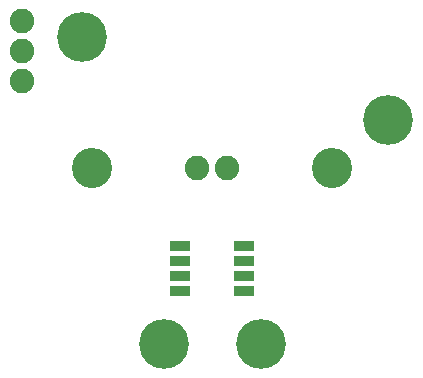
<source format=gbr>
G04 EAGLE Gerber RS-274X export*
G75*
%MOMM*%
%FSLAX34Y34*%
%LPD*%
%INSoldermask Top*%
%IPPOS*%
%AMOC8*
5,1,8,0,0,1.08239X$1,22.5*%
G01*
%ADD10C,3.403200*%
%ADD11C,2.082800*%
%ADD12R,1.728200X0.853200*%
%ADD13C,4.216400*%


D10*
X84580Y244350D03*
X287780Y244350D03*
D11*
X173480Y244350D03*
X198880Y244350D03*
X25400Y342900D03*
X25400Y317500D03*
X25400Y368300D03*
D12*
X213300Y140300D03*
X213300Y153000D03*
X213300Y165700D03*
X213300Y178400D03*
X159060Y178400D03*
X159060Y165700D03*
X159060Y153000D03*
X159060Y140300D03*
D13*
X75692Y354584D03*
X335026Y284734D03*
X145034Y94996D03*
X227330Y94996D03*
M02*

</source>
